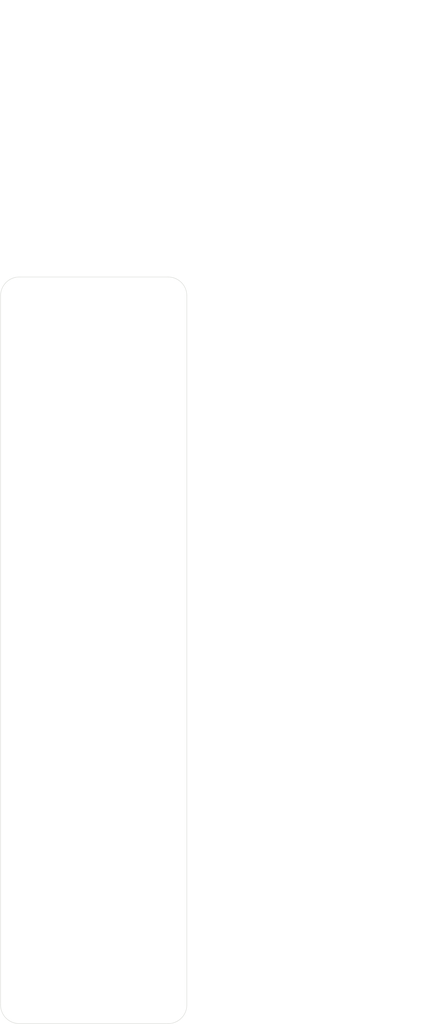
<source format=kicad_pcb>
(kicad_pcb (version 20171130) (host pcbnew 5.1.2-f72e74a~84~ubuntu18.04.1)

  (general
    (thickness 1.6)
    (drawings 10)
    (tracks 0)
    (zones 0)
    (modules 3)
    (nets 1)
  )

  (page A4)
  (layers
    (0 F.Cu signal)
    (31 B.Cu signal)
    (32 B.Adhes user)
    (33 F.Adhes user)
    (34 B.Paste user)
    (35 F.Paste user)
    (36 B.SilkS user)
    (37 F.SilkS user)
    (38 B.Mask user)
    (39 F.Mask user)
    (40 Dwgs.User user)
    (41 Cmts.User user)
    (42 Eco1.User user)
    (43 Eco2.User user)
    (44 Edge.Cuts user)
    (45 Margin user)
    (46 B.CrtYd user)
    (47 F.CrtYd user)
    (48 B.Fab user)
    (49 F.Fab user)
  )

  (setup
    (last_trace_width 0.25)
    (trace_clearance 0.2)
    (zone_clearance 0.508)
    (zone_45_only no)
    (trace_min 0.2)
    (via_size 0.8)
    (via_drill 0.4)
    (via_min_size 0.4)
    (via_min_drill 0.3)
    (uvia_size 0.3)
    (uvia_drill 0.1)
    (uvias_allowed no)
    (uvia_min_size 0.2)
    (uvia_min_drill 0.1)
    (edge_width 0.05)
    (segment_width 0.2)
    (pcb_text_width 0.3)
    (pcb_text_size 1.5 1.5)
    (mod_edge_width 0.12)
    (mod_text_size 1 1)
    (mod_text_width 0.15)
    (pad_size 1.524 1.524)
    (pad_drill 0.762)
    (pad_to_mask_clearance 0.051)
    (solder_mask_min_width 0.25)
    (aux_axis_origin 0 0)
    (visible_elements FFFFFF7F)
    (pcbplotparams
      (layerselection 0x010fc_ffffffff)
      (usegerberextensions false)
      (usegerberattributes false)
      (usegerberadvancedattributes false)
      (creategerberjobfile false)
      (excludeedgelayer true)
      (linewidth 0.100000)
      (plotframeref false)
      (viasonmask false)
      (mode 1)
      (useauxorigin false)
      (hpglpennumber 1)
      (hpglpenspeed 20)
      (hpglpendiameter 15.000000)
      (psnegative false)
      (psa4output false)
      (plotreference true)
      (plotvalue true)
      (plotinvisibletext false)
      (padsonsilk false)
      (subtractmaskfromsilk false)
      (outputformat 1)
      (mirror false)
      (drillshape 1)
      (scaleselection 1)
      (outputdirectory ""))
  )

  (net 0 "")

  (net_class Default "これはデフォルトのネット クラスです。"
    (clearance 0.2)
    (trace_width 0.25)
    (via_dia 0.8)
    (via_drill 0.4)
    (uvia_dia 0.3)
    (uvia_drill 0.1)
  )

  (net_class Power ""
    (clearance 0.2)
    (trace_width 0.5)
    (via_dia 0.8)
    (via_drill 0.4)
    (uvia_dia 0.3)
    (uvia_drill 0.1)
  )

  (module lib:MountingHole_2.2mm_M2 locked (layer F.Cu) (tedit 5BC59CB0) (tstamp 5CF726A2)
    (at 59.375 140.125)
    (descr "Mounting Hole 2.2mm, no annular, M2")
    (tags "mounting hole 2.2mm no annular m2")
    (attr virtual)
    (fp_text reference "" (at 0 -3.2) (layer F.SilkS)
      (effects (font (size 1 1) (thickness 0.15)))
    )
    (fp_text value M2 (at 0 3.2) (layer F.Fab)
      (effects (font (size 1 1) (thickness 0.15)))
    )
    (fp_circle (center 0 0) (end 1.75 0) (layer F.CrtYd) (width 0.05))
    (fp_text user %R (at 0.3 0) (layer F.Fab)
      (effects (font (size 1 1) (thickness 0.15)))
    )
    (pad 1 np_thru_hole circle (at 0 0) (size 2.2 2.2) (drill 2.2) (layers *.Cu *.Mask))
  )

  (module lib:MountingHole_2.2mm_M2 locked (layer F.Cu) (tedit 5BC59CB0) (tstamp 5CF7268F)
    (at 73.625 142.5)
    (descr "Mounting Hole 2.2mm, no annular, M2")
    (tags "mounting hole 2.2mm no annular m2")
    (attr virtual)
    (fp_text reference "" (at 0 -3.2) (layer F.SilkS)
      (effects (font (size 1 1) (thickness 0.15)))
    )
    (fp_text value M2 (at 0 3.2) (layer F.Fab)
      (effects (font (size 1 1) (thickness 0.15)))
    )
    (fp_circle (center 0 0) (end 1.75 0) (layer F.CrtYd) (width 0.05))
    (fp_text user %R (at 0.3 0) (layer F.Fab)
      (effects (font (size 1 1) (thickness 0.15)))
    )
    (pad 1 np_thru_hole circle (at 0 0) (size 2.2 2.2) (drill 2.2) (layers *.Cu *.Mask))
  )

  (module lib:MountingHole_2.2mm_M2 locked (layer F.Cu) (tedit 5BC59CB0) (tstamp 5CF6DE36)
    (at 59.375 76)
    (descr "Mounting Hole 2.2mm, no annular, M2")
    (tags "mounting hole 2.2mm no annular m2")
    (attr virtual)
    (fp_text reference "" (at 0 -3.2) (layer F.SilkS)
      (effects (font (size 1 1) (thickness 0.15)))
    )
    (fp_text value M2 (at 0 3.2) (layer F.Fab)
      (effects (font (size 1 1) (thickness 0.15)))
    )
    (fp_circle (center 0 0) (end 1.75 0) (layer F.CrtYd) (width 0.05))
    (fp_text user %R (at 0.3 0) (layer F.Fab)
      (effects (font (size 1 1) (thickness 0.15)))
    )
    (pad 1 np_thru_hole circle (at 0 0) (size 2.2 2.2) (drill 2.2) (layers *.Cu *.Mask))
  )

  (gr_arc (start 76 59.375) (end 78.375 59.375) (angle -90) (layer Edge.Cuts) (width 0.05))
  (gr_arc (start 76 149.625) (end 76 152) (angle -90) (layer Edge.Cuts) (width 0.05))
  (gr_line (start 78.375 59.375) (end 78.375 149.625) (layer Edge.Cuts) (width 0.05))
  (dimension 95 (width 0.15) (layer Dwgs.User)
    (gr_text "95.000 mm" (at 108.175 104.5 270) (layer Dwgs.User)
      (effects (font (size 1 1) (thickness 0.15)))
    )
    (feature1 (pts (xy 68.875 152) (xy 107.461421 152)))
    (feature2 (pts (xy 68.875 57) (xy 107.461421 57)))
    (crossbar (pts (xy 106.875 57) (xy 106.875 152)))
    (arrow1a (pts (xy 106.875 152) (xy 106.288579 150.873496)))
    (arrow1b (pts (xy 106.875 152) (xy 107.461421 150.873496)))
    (arrow2a (pts (xy 106.875 57) (xy 106.288579 58.126504)))
    (arrow2b (pts (xy 106.875 57) (xy 107.461421 58.126504)))
  )
  (dimension 23.75 (width 0.15) (layer Dwgs.User)
    (gr_text "23.750 mm" (at 66.5 22.449277) (layer Dwgs.User)
      (effects (font (size 1 1) (thickness 0.15)))
    )
    (feature1 (pts (xy 54.625 114) (xy 54.625 23.162856)))
    (feature2 (pts (xy 78.375 114) (xy 78.375 23.162856)))
    (crossbar (pts (xy 78.375 23.749277) (xy 54.625 23.749277)))
    (arrow1a (pts (xy 54.625 23.749277) (xy 55.751504 23.162856)))
    (arrow1b (pts (xy 54.625 23.749277) (xy 55.751504 24.335698)))
    (arrow2a (pts (xy 78.375 23.749277) (xy 77.248496 23.162856)))
    (arrow2b (pts (xy 78.375 23.749277) (xy 77.248496 24.335698)))
  )
  (gr_arc (start 57 149.625) (end 54.625 149.625) (angle -90) (layer Edge.Cuts) (width 0.05))
  (gr_arc (start 57 59.375) (end 57 57) (angle -90) (layer Edge.Cuts) (width 0.05))
  (gr_line (start 54.625 59.375) (end 54.625 149.625) (layer Edge.Cuts) (width 0.05) (tstamp 5CF49342))
  (gr_line (start 76 57) (end 57 57) (layer Edge.Cuts) (width 0.05))
  (gr_line (start 57 152) (end 76 152) (layer Edge.Cuts) (width 0.05))

)

</source>
